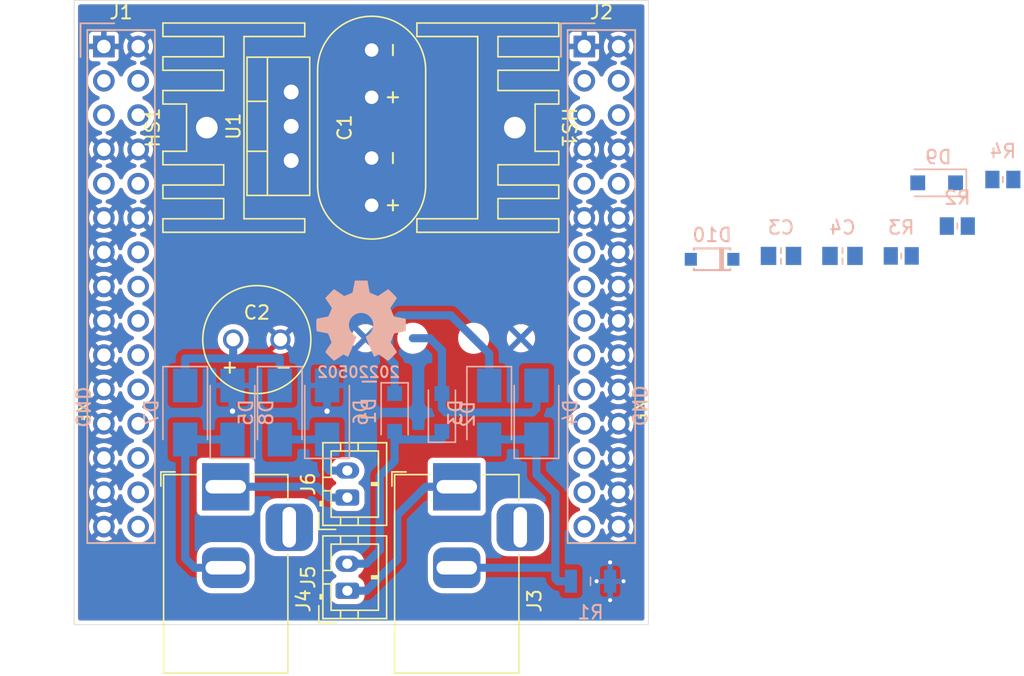
<source format=kicad_pcb>
(kicad_pcb (version 20211014) (generator pcbnew)
  (layers (0 "F.Cu" signal) (31 "B.Cu" signal) (34 "B.Paste" user) (35 "F.Paste" user) (36 "B.SilkS" user "B.Silkscreen") (37 "F.SilkS" user "F.Silkscreen") (38 "B.Mask" user) (39 "F.Mask" user) (44 "Edge.Cuts" user))
  (net 0 "")
  (net 1 "GND")
  (net 32 "/AC1_PHASE")
  (net 33 "/AC1_NEUT")
  (net 34 "/AC2_PHASE")
  (net 35 "/AC2_NEUT")
  (net 36 "/DC2")
  (net 39 "/DC1p")
  (net 40 "/DC1n")
  (net 41 "/AC1_PHASE_IN")
  (net 42 "/AC2_PHASE_IN")
  (net 43 "Net-(C4-Pad1)")
  (net 44 "/VA+")
  (footprint "Connector_BarrelJack:BarrelJack_Horizontal" (layer "F.Cu") (at 170.9 105 90)
    (fp_text reference "J3" (at -8.45 5.75 90) (layer "F.SilkS"))
    (fp_text value "Jack-DC")
    (fp_line (start 1.1 -3.75) (end 1.1 -4.8) (layer "F.SilkS") (width 0.12))
    (fp_line (start 0.9 -4.6) (end 0.9 -2) (layer "F.SilkS") (width 0.12))
    (fp_line (start 0.9 4.6) (end -1 4.6) (layer "F.SilkS") (width 0.12))
    (fp_line (start 0.05 -4.8) (end 1.1 -4.8) (layer "F.SilkS") (width 0.12))
    (fp_line (start -13.8 4.6) (end -13.8 -4.6) (layer "F.SilkS") (width 0.12))
    (fp_line (start -5 4.6) (end -13.8 4.6) (layer "F.SilkS") (width 0.12))
    (fp_line (start 0.9 1.9) (end 0.9 4.6) (layer "F.SilkS") (width 0.12))
    (fp_line (start -13.8 -4.6) (end 0.9 -4.6) (layer "F.SilkS") (width 0.12))
    (pad "1" thru_hole rect (at 0 0 90) (size 3.5 3.5) (drill oval 1 3) (layers *.Cu *.Mask) (net 41 "/AC1_PHASE_IN"))
    (pad "2" thru_hole roundrect (at -6 0 90) (size 3 3.5) (drill oval 1 3) (layers *.Cu *.Mask) (net 33 "/AC1_NEUT"))
    (pad "3" thru_hole roundrect (at -3 4.7 90) (size 3.5 3.5) (drill oval 3 1) (layers *.Cu *.Mask))
  )
  (footprint "Connector_BarrelJack:BarrelJack_Horizontal" (layer "F.Cu") (at 153.8 105 90)
    (fp_text reference "J4" (at -8.45 5.75 90) (layer "F.SilkS"))
    (fp_text value "Jack-DC")
    (fp_line (start 0.9 1.9) (end 0.9 4.6) (layer "F.SilkS") (width 0.12))
    (fp_line (start -5 4.6) (end -13.8 4.6) (layer "F.SilkS") (width 0.12))
    (fp_line (start 0.9 -4.6) (end 0.9 -2) (layer "F.SilkS") (width 0.12))
    (fp_line (start 1.1 -3.75) (end 1.1 -4.8) (layer "F.SilkS") (width 0.12))
    (fp_line (start 0.05 -4.8) (end 1.1 -4.8) (layer "F.SilkS") (width 0.12))
    (fp_line (start 0.9 4.6) (end -1 4.6) (layer "F.SilkS") (width 0.12))
    (fp_line (start -13.8 -4.6) (end 0.9 -4.6) (layer "F.SilkS") (width 0.12))
    (fp_line (start -13.8 4.6) (end -13.8 -4.6) (layer "F.SilkS") (width 0.12))
    (pad "1" thru_hole rect (at 0 0 90) (size 3.5 3.5) (drill oval 1 3) (layers *.Cu *.Mask) (net 42 "/AC2_PHASE_IN"))
    (pad "2" thru_hole roundrect (at -6 0 90) (size 3 3.5) (drill oval 1 3) (layers *.Cu *.Mask) (net 35 "/AC2_NEUT"))
    (pad "3" thru_hole roundrect (at -3 4.7 90) (size 3.5 3.5) (drill oval 3 1) (layers *.Cu *.Mask))
  )
  (footprint "SquantorRcl:C-035-080-elco" (layer "F.Cu") (at 156.1 94.1)
    (fp_text reference "C2" (at 0 -2 unlocked) (layer "F.SilkS"))
    (fp_text value "470u 35V")
    (fp_text user "-" (at 2 2 unlocked) (layer "F.SilkS"))
    (fp_text user "+" (at -2 2 unlocked) (layer "F.SilkS"))
    (fp_circle (center 0 0) (end 4 0) (layer "F.SilkS") (width 0.12) (fill none))
    (pad "1" thru_hole circle (at -1.75 0) (size 1.5 1.5) (drill 1) (layers *.Cu *.Mask) (net 36 "/DC2"))
    (pad "2" thru_hole circle (at 1.75 0) (size 1.5 1.5) (drill 1) (layers *.Cu *.Mask) (net 1 "GND"))
  )
  (footprint "SquantorIC:TO-220-3_Vertical" (layer "F.Cu") (at 158.645 78.3 90)
    (fp_text reference "U1" (at 0 -4.27 90) (layer "F.SilkS"))
    (fp_text value "LM317")
    (fp_line (start -5.12 -3.27) (end 5.12 -3.27) (layer "F.SilkS") (width 0.12))
    (fp_line (start -5.12 -3.27) (end -5.12 1.371) (layer "F.SilkS") (width 0.12))
    (fp_line (start 5.12 -3.27) (end 5.12 1.371) (layer "F.SilkS") (width 0.12))
    (fp_line (start -5.12 1.371) (end 5.12 1.371) (layer "F.SilkS") (width 0.12))
    (fp_line (start 1.851 -3.27) (end 1.851 -1.76) (layer "F.SilkS") (width 0.12))
    (fp_line (start -1.85 -3.27) (end -1.85 -1.76) (layer "F.SilkS") (width 0.12))
    (fp_line (start -5.12 -1.76) (end 5.12 -1.76) (layer "F.SilkS") (width 0.12))
    (pad "1" thru_hole rect (at -2.54 0 90) (size 1.905 2) (drill 1.1) (layers *.Cu *.Mask) (net 43 "Net-(C4-Pad1)"))
    (pad "2" thru_hole oval (at 0 0 90) (size 1.905 2) (drill 1.1) (layers *.Cu *.Mask) (net 44 "/VA+"))
    (pad "3" thru_hole oval (at 2.54 0 90) (size 1.905 2) (drill 1.1) (layers *.Cu *.Mask) (net 39 "/DC1p"))
  )
  (footprint "SquantorHeatsink:XSD_C108928" (layer "F.Cu") (at 154.4 78.4 90)
    (fp_text reference "HS1" (at 0 -6 90 unlocked) (layer "F.SilkS"))
    (fp_text value "Heatsink")
    (fp_line (start -5.25 -0.75) (end -5.25 -5.25) (layer "F.SilkS") (width 0.12))
    (fp_line (start 7.75 -5.25) (end 6.75 -5.25) (layer "F.SilkS") (width 0.12))
    (fp_line (start -7.75 5.25) (end -6.75 5.25) (layer "F.SilkS") (width 0.12))
    (fp_line (start -6.75 -0.75) (end -6.75 -5.25) (layer "F.SilkS") (width 0.12))
    (fp_line (start 1.75 -5.25) (end 1.75 -3.5) (layer "F.SilkS") (width 0.12))
    (fp_line (start 1.75 -5.25) (end 2.75 -5.25) (layer "F.SilkS") (width 0.12))
    (fp_line (start -4.25 -0.75) (end -4.25 -5.25) (layer "F.SilkS") (width 0.12))
    (fp_line (start 7.75 -5.25) (end 7.75 5.25) (layer "F.SilkS") (width 0.12))
    (fp_line (start -7.75 -5.25) (end -7.75 5.25) (layer "F.SilkS") (width 0.12))
    (fp_line (start 2.75 -0.75) (end 4.25 -0.75) (layer "F.SilkS") (width 0.12))
    (fp_line (start 6.75 -0.75) (end 6.75 -5.25) (layer "F.SilkS") (width 0.12))
    (fp_line (start 6.75 0.75) (end -6.75 0.75) (layer "F.SilkS") (width 0.12))
    (fp_line (start 7.75 5.25) (end 6.75 5.25) (layer "F.SilkS") (width 0.12))
    (fp_line (start -4.25 -0.75) (end -2.75 -0.75) (layer "F.SilkS") (width 0.12))
    (fp_line (start 5.25 -0.75) (end 5.25 -5.25) (layer "F.SilkS") (width 0.12))
    (fp_line (start 4.25 -5.25) (end 5.25 -5.25) (layer "F.SilkS") (width 0.12))
    (fp_line (start 5.25 -0.75) (end 6.75 -0.75) (layer "F.SilkS") (width 0.12))
    (fp_line (start -6.75 -0.75) (end -5.25 -0.75) (layer "F.SilkS") (width 0.12))
    (fp_line (start 1.75 -3.5) (end -1.75 -3.5) (layer "F.SilkS") (width 0.12))
    (fp_line (start -5.25 -5.25) (end -4.25 -5.25) (layer "F.SilkS") (width 0.12))
    (fp_line (start -6.75 5.25) (end -6.75 0.75) (layer "F.SilkS") (width 0.12))
    (fp_line (start -1.75 -5.25) (end -1.75 -3.5) (layer "F.SilkS") (width 0.12))
    (fp_line (start -7.75 -5.25) (end -6.75 -5.25) (layer "F.SilkS") (width 0.12))
    (fp_line (start 2.75 -0.75) (end 2.75 -5.25) (layer "F.SilkS") (width 0.12))
    (fp_line (start -2.75 -0.75) (end -2.75 -5.25) (layer "F.SilkS") (width 0.12))
    (fp_line (start -2.75 -5.25) (end -1.75 -5.25) (layer "F.SilkS") (width 0.12))
    (fp_line (start 6.75 5.25) (end 6.75 0.75) (layer "F.SilkS") (width 0.12))
    (fp_line (start 4.25 -0.75) (end 4.25 -5.25) (layer "F.SilkS") (width 0.12))
    (pad "1" thru_hole circle (at 0 -2 90) (size 2.5 2.5) (drill 1.6) (layers *.Cu *.Mask) (net 44 "/VA+"))
  )
  (footprint "SquantorHeatsink:XSD_C108928" (layer "F.Cu") (at 173.2 78.4 -90)
    (fp_text reference "HS1" (at 0 -6 -90 unlocked) (layer "F.SilkS"))
    (fp_text value "Heatsink")
    (fp_line (start -1.75 -5.25) (end -1.75 -3.5) (layer "F.SilkS") (width 0.12))
    (fp_line (start 6.75 5.25) (end 6.75 0.75) (layer "F.SilkS") (width 0.12))
    (fp_line (start 7.75 -5.25) (end 7.75 5.25) (layer "F.SilkS") (width 0.12))
    (fp_line (start -7.75 -5.25) (end -7.75 5.25) (layer "F.SilkS") (width 0.12))
    (fp_line (start 6.75 0.75) (end -6.75 0.75) (layer "F.SilkS") (width 0.12))
    (fp_line (start 7.75 5.25) (end 6.75 5.25) (layer "F.SilkS") (width 0.12))
    (fp_line (start -2.75 -5.25) (end -1.75 -5.25) (layer "F.SilkS") (width 0.12))
    (fp_line (start -7.75 -5.25) (end -6.75 -5.25) (layer "F.SilkS") (width 0.12))
    (fp_line (start 6.75 -0.75) (end 6.75 -5.25) (layer "F.SilkS") (width 0.12))
    (fp_line (start -7.75 5.25) (end -6.75 5.25) (layer "F.SilkS") (width 0.12))
    (fp_line (start 1.75 -5.25) (end 2.75 -5.25) (layer "F.SilkS") (width 0.12))
    (fp_line (start -5.25 -0.75) (end -5.25 -5.25) (layer "F.SilkS") (width 0.12))
    (fp_line (start -4.25 -0.75) (end -2.75 -0.75) (layer "F.SilkS") (width 0.12))
    (fp_line (start 5.25 -0.75) (end 6.75 -0.75) (layer "F.SilkS") (width 0.12))
    (fp_line (start 2.75 -0.75) (end 4.25 -0.75) (layer "F.SilkS") (width 0.12))
    (fp_line (start -5.25 -5.25) (end -4.25 -5.25) (layer "F.SilkS") (width 0.12))
    (fp_line (start 1.75 -3.5) (end -1.75 -3.5) (layer "F.SilkS") (width 0.12))
    (fp_line (start -4.25 -0.75) (end -4.25 -5.25) (layer "F.SilkS") (width 0.12))
    (fp_line (start 5.25 -0.75) (end 5.25 -5.25) (layer "F.SilkS") (width 0.12))
    (fp_line (start 7.75 -5.25) (end 6.75 -5.25) (layer "F.SilkS") (width 0.12))
    (fp_line (start 2.75 -0.75) (end 2.75 -5.25) (layer "F.SilkS") (width 0.12))
    (fp_line (start -6.75 5.25) (end -6.75 0.75) (layer "F.SilkS") (width 0.12))
    (fp_line (start -6.75 -0.75) (end -6.75 -5.25) (layer "F.SilkS") (width 0.12))
    (fp_line (start 1.75 -5.25) (end 1.75 -3.5) (layer "F.SilkS") (width 0.12))
    (fp_line (start -6.75 -0.75) (end -5.25 -0.75) (layer "F.SilkS") (width 0.12))
    (fp_line (start 4.25 -5.25) (end 5.25 -5.25) (layer "F.SilkS") (width 0.12))
    (fp_line (start 4.25 -0.75) (end 4.25 -5.25) (layer "F.SilkS") (width 0.12))
    (fp_line (start -2.75 -0.75) (end -2.75 -5.25) (layer "F.SilkS") (width 0.12))
    (pad "1" thru_hole circle (at 0 -2 270) (size 2.5 2.5) (drill 1.6) (layers *.Cu *.Mask) (net 44 "/VA+"))
  )
  (footprint "SquantorRcl:Cx3-035-080-elco" (layer "F.Cu") (at 164.6 78.4 90)
    (fp_text reference "C1" (at 0 -2 90 unlocked) (layer "F.SilkS"))
    (fp_text value "470u 35V")
    (fp_text user "+" (at -5.75 1.5 90 unlocked) (layer "F.SilkS"))
    (fp_text user "-" (at -2.25 1.5 90 unlocked) (layer "F.SilkS"))
    (fp_text user "-" (at 5.75 1.5 90 unlocked) (layer "F.SilkS"))
    (fp_text user "+" (at 2.25 1.5 90 unlocked) (layer "F.SilkS"))
    (fp_line (start -4.25 4) (end 4.25 4) (layer "F.SilkS") (width 0.12))
    (fp_line (start -4.25 -4) (end 4.25 -4) (layer "F.SilkS") (width 0.12))
    (fp_arc (start 4.25 -4) (mid 8.25 0) (end 4.25 4) (layer "F.SilkS") (width 0.12))
    (fp_arc (start -4.25 4) (mid -8.25 0) (end -4.25 -4) (layer "F.SilkS") (width 0.12))
    (pad "1" thru_hole circle (at -5.75 0 90) (size 1.5 1.5) (drill 1) (layers *.Cu *.Mask) (net 1 "GND"))
    (pad "2" thru_hole circle (at -2.25 0 90) (size 1.5 1.5) (drill 1) (layers *.Cu *.Mask) (net 40 "/DC1n"))
    (pad "3" thru_hole circle (at 2.25 0 90) (size 1.5 1.5) (drill 1) (layers *.Cu *.Mask) (net 39 "/DC1p"))
    (pad "4" thru_hole circle (at 5.75 0 90) (size 1.5 1.5) (drill 1) (layers *.Cu *.Mask) (net 1 "GND"))
  )
  (footprint "SquantorConnectorsNamed:module_2x15_right" (layer "F.Cu") (at 181.61 90.17)
    (fp_text reference "J2" (at 0 -20.32 unlocked) (layer "F.SilkS"))
    (fp_text value "module_2x15_right_input")
    (fp_text user "GND" (at 2.79 8.83 -90 unlocked) (layer "B.SilkS") (effects (justify mirror)))
    (fp_text user "GND" (at 2.89 8.83 90 unlocked) (layer "F.SilkS"))
    (fp_line (start -0.5 -19.5) (end -3 -19.5) (layer "B.SilkS") (width 0.12))
    (fp_line (start -3 -19.5) (end -3 -17) (layer "B.SilkS") (width 0.12))
    (fp_rect (start -2.5 -19) (end 2.5 19) (layer "B.SilkS") (width 0.12) (fill none))
    (fp_line (start -3 -19.5) (end -0.5 -19.5) (layer "F.SilkS") (width 0.12))
    (fp_line (start 2.5 -19) (end 2.5 19) (layer "F.SilkS") (width 0.12))
    (fp_line (start 2.5 19) (end -2.5 19) (layer "F.SilkS") (width 0.12))
    (fp_line (start -2.5 -19) (end 2.5 -19) (layer "F.SilkS") (width 0.12))
    (fp_line (start -3 -17) (end -3 -19.5) (layer "F.SilkS") (width 0.12))
    (fp_line (start -2.5 19) (end -2.5 -19) (layer "F.SilkS") (width 0.12))
    (pad "1" thru_hole rect (at -1.27 -17.78) (size 1.6 1.6) (drill 1) (layers *.Cu *.Mask) (net 1 "GND"))
    (pad "2" thru_hole circle (at 1.27 -17.78) (size 1.6 1.6) (drill 1) (layers *.Cu *.Mask) (net 1 "GND"))
    (pad "3" thru_hole circle (at -1.27 -15.24) (size 1.6 1.6) (drill 1) (layers *.Cu *.Mask))
    (pad "4" thru_hole circle (at 1.27 -15.24) (size 1.6 1.6) (drill 1) (layers *.Cu *.Mask))
    (pad "5" thru_hole circle (at -1.27 -12.7) (size 1.6 1.6) (drill 1) (layers *.Cu *.Mask))
    (pad "6" thru_hole circle (at 1.27 -12.7) (size 1.6 1.6) (drill 1) (layers *.Cu *.Mask))
    (pad "7" thru_hole circle (at -1.27 -10.16) (size 1.6 1.6) (drill 1) (layers *.Cu *.Mask) (net 1 "GND"))
    (pad "8" thru_hole circle (at 1.27 -10.16) (size 1.6 1.6) (drill 1) (layers *.Cu *.Mask) (net 1 "GND"))
    (pad "9" thru_hole circle (at -1.27 -7.62) (size 1.6 1.6) (drill 1) (layers *.Cu *.Mask))
    (pad "10" thru_hole circle (at 1.27 -7.62) (size 1.6 1.6) (drill 1) (layers *.Cu *.Mask))
    (pad "11" thru_hole circle (at -1.27 -5.08) (size 1.6 1.6) (drill 1) (layers *.Cu *.Mask) (net 1 "GND"))
    (pad "12" thru_hole circle (at 1.27 -5.08) (size 1.6 1.6) (drill 1) (layers *.Cu *.Mask) (net 1 "GND"))
    (pad "13" thru_hole circle (at -1.27 -2.54) (size 1.6 1.6) (drill 1) (layers *.Cu *.Mask))
    (pad "14" thru_hole circle (at 1.27 -2.54) (size 1.6 1.6) (drill 1) (layers *.Cu *.Mask) (net 1 "GND"))
    (pad "15" thru_hole circle (at -1.27 0) (size 1.6 1.6) (drill 1) (layers *.Cu *.Mask))
    (pad "16" thru_hole circle (at 1.27 0) (size 1.6 1.6) (drill 1) (layers *.Cu *.Mask) (net 1 "GND"))
    (pad "17" thru_hole circle (at -1.27 2.54) (size 1.6 1.6) (drill 1) (layers *.Cu *.Mask))
    (pad "18" thru_hole circle (at 1.27 2.54) (size 1.6 1.6) (drill 1) (layers *.Cu *.Mask) (net 1 "GND"))
    (pad "19" thru_hole circle (at -1.27 5.08) (size 1.6 1.6) (drill 1) (layers *.Cu *.Mask))
    (pad "20" thru_hole circle (at 1.27 5.08) (size 1.6 1.6) (drill 1) (layers *.Cu *.Mask) (net 1 "GND"))
    (pad "21" thru_hole circle (at -1.27 7.62) (size 1.6 1.6) (drill 1) (layers *.Cu *.Mask))
    (pad "22" thru_hole circle (at 1.27 7.62) (size 1.6 1.6) (drill 1) (layers *.Cu *.Mask) (net 1 "GND"))
    (pad "23" thru_hole circle (at -1.27 10.16) (size 1.6 1.6) (drill 1) (layers *.Cu *.Mask))
    (pad "24" thru_hole circle (at 1.27 10.16) (size 1.6 1.6) (drill 1) (layers *.Cu *.Mask) (net 1 "GND"))
    (pad "25" thru_hole circle (at -1.27 12.7) (size 1.6 1.6) (drill 1) (layers *.Cu *.Mask))
    (pad "26" thru_hole circle (at 1.27 12.7) (size 1.6 1.6) (drill 1) (layers *.Cu *.Mask) (net 1 "GND"))
    (pad "27" thru_hole circle (at -1.27 15.24) (size 1.6 1.6) (drill 1) (layers *.Cu *.Mask))
    (pad "28" thru_hole circle (at 1.27 15.24) (size 1.6 1.6) (drill 1) (layers *.Cu *.Mask) (net 1 "GND"))
    (pad "29" thru_hole circle (at -1.27 17.78) (size 1.6 1.6) (drill 1) (layers *.Cu *.Mask))
    (pad "30" thru_hole circle (at 1.27 17.78) (size 1.6 1.6) (drill 1) (layers *.Cu *.Mask) (net 1 "GND"))
  )
  (footprint "Connector_JST:JST_PH_B2B-PH-K_1x02_P2.00mm_Vertical" (layer "F.Cu") (at 162.8 112.7 90)
    (fp_text reference "J5" (at 1 -2.9 90) (layer "F.SilkS"))
    (fp_text value "Conn_01x02")
    (fp_line (start -0.6 -2.01) (end -0.6 -1.81) (layer "F.SilkS") (width 0.12))
    (fp_line (start 1.1 1.8) (end 1.1 2.3) (layer "F.SilkS") (width 0.12))
    (fp_line (start -2.06 0.8) (end -1.45 0.8) (layer "F.SilkS") (width 0.12))
    (fp_line (start -0.3 -1.81) (end -0.3 -2.01) (layer "F.SilkS") (width 0.12))
    (fp_line (start 4.06 2.91) (end 4.06 -1.81) (layer "F.SilkS") (width 0.12))
    (fp_line (start -2.06 -1.81) (end -2.06 2.91) (layer "F.SilkS") (width 0.12))
    (fp_line (start 1 2.3) (end 1 1.8) (layer "F.SilkS") (width 0.12))
    (fp_line (start -2.06 -0.5) (end -1.45 -0.5) (layer "F.SilkS") (width 0.12))
    (fp_line (start 4.06 -0.5) (end 3.45 -0.5) (layer "F.SilkS") (width 0.12))
    (fp_line (start -0.3 -1.91) (end -0.6 -1.91) (layer "F.SilkS") (width 0.12))
    (fp_line (start 3.45 -1.2) (end 1.5 -1.2) (layer "F.SilkS") (width 0.12))
    (fp_line (start 1.5 -1.2) (end 1.5 -1.81) (layer "F.SilkS") (width 0.12))
    (fp_line (start -2.06 2.91) (end 4.06 2.91) (layer "F.SilkS") (width 0.12))
    (fp_line (start 0.9 2.3) (end 0.9 1.8) (layer "F.SilkS") (width 0.12))
    (fp_line (start -1.45 -1.2) (end -1.45 2.3) (layer "F.SilkS") (width 0.12))
    (fp_line (start 4.06 -1.81) (end -2.06 -1.81) (layer "F.SilkS") (width 0.12))
    (fp_line (start 0.5 -1.81) (end 0.5 -1.2) (layer "F.SilkS") (width 0.12))
    (fp_line (start -0.3 -2.01) (end -0.6 -2.01) (layer "F.SilkS") (width 0.12))
    (fp_line (start -1.45 2.3) (end 3.45 2.3) (layer "F.SilkS") (width 0.12))
    (fp_line (start -2.36 -2.11) (end -2.36 -0.86) (layer "F.SilkS") (width 0.12))
    (fp_line (start -1.11 -2.11) (end -2.36 -2.11) (layer "F.SilkS") (width 0.12))
    (fp_line (start 0.9 1.8) (end 1.1 1.8) (layer "F.SilkS") (width 0.12))
    (fp_line (start 4.06 0.8) (end 3.45 0.8) (layer "F.SilkS") (width 0.12))
    (fp_line (start 0.5 -1.2) (end -1.45 -1.2) (layer "F.SilkS") (width 0.12))
    (fp_line (start 3.45 2.3) (end 3.45 -1.2) (layer "F.SilkS") (width 0.12))
    (pad "1" thru_hole roundrect (at 0 0 90) (size 1.2 1.75) (drill 0.75) (layers *.Cu *.Mask) (roundrect_rratio 0.208333) (net 41 "/AC1_PHASE_IN"))
    (pad "2" thru_hole oval (at 2 0 90) (size 1.2 1.75) (drill 0.75) (layers *.Cu *.Mask) (net 32 "/AC1_PHASE"))
  )
  (footprint "Connector_JST:JST_PH_B2B-PH-K_1x02_P2.00mm_Vertical" (layer "F.Cu") (at 162.8 105.8 90)
    (fp_text reference "J6" (at 1 -2.9 90) (layer "F.SilkS"))
    (fp_text value "Conn_01x02")
    (fp_line (start 3.45 -1.2) (end 1.5 -1.2) (layer "F.SilkS") (width 0.12))
    (fp_line (start 4.06 -0.5) (end 3.45 -0.5) (layer "F.SilkS") (width 0.12))
    (fp_line (start -2.06 0.8) (end -1.45 0.8) (layer "F.SilkS") (width 0.12))
    (fp_line (start 0.9 1.8) (end 1.1 1.8) (layer "F.SilkS") (width 0.12))
    (fp_line (start 4.06 -1.81) (end -2.06 -1.81) (layer "F.SilkS") (width 0.12))
    (fp_line (start 0.5 -1.2) (end -1.45 -1.2) (layer "F.SilkS") (width 0.12))
    (fp_line (start -2.06 -1.81) (end -2.06 2.91) (layer "F.SilkS") (width 0.12))
    (fp_line (start 1.5 -1.2) (end 1.5 -1.81) (layer "F.SilkS") (width 0.12))
    (fp_line (start -1.45 2.3) (end 3.45 2.3) (layer "F.SilkS") (width 0.12))
    (fp_line (start -1.11 -2.11) (end -2.36 -2.11) (layer "F.SilkS") (width 0.12))
    (fp_line (start -2.06 -0.5) (end -1.45 -0.5) (layer "F.SilkS") (width 0.12))
    (fp_line (start 1.1 1.8) (end 1.1 2.3) (layer "F.SilkS") (width 0.12))
    (fp_line (start -2.06 2.91) (end 4.06 2.91) (layer "F.SilkS") (width 0.12))
    (fp_line (start 4.06 2.91) (end 4.06 -1.81) (layer "F.SilkS") (width 0.12))
    (fp_line (start 0.5 -1.81) (end 0.5 -1.2) (layer "F.SilkS") (width 0.12))
    (fp_line (start 3.45 2.3) (end 3.45 -1.2) (layer "F.SilkS") (width 0.12))
    (fp_line (start -0.6 -2.01) (end -0.6 -1.81) (layer "F.SilkS") (width 0.12))
    (fp_line (start 1 2.3) (end 1 1.8) (layer "F.SilkS") (width 0.12))
    (fp_line (start 0.9 2.3) (end 0.9 1.8) (layer "F.SilkS") (width 0.12))
    (fp_line (start -0.3 -1.81) (end -0.3 -2.01) (layer "F.SilkS") (width 0.12))
    (fp_line (start -0.3 -1.91) (end -0.6 -1.91) (layer "F.SilkS") (width 0.12))
    (fp_line (start 4.06 0.8) (end 3.45 0.8) (layer "F.SilkS") (width 0.12))
    (fp_line (start -0.3 -2.01) (end -0.6 -2.01) (layer "F.SilkS") (width 0.12))
    (fp_line (start -2.36 -2.11) (end -2.36 -0.86) (layer "F.SilkS") (width 0.12))
    (fp_line (start -1.45 -1.2) (end -1.45 2.3) (layer "F.SilkS") (width 0.12))
    (pad "1" thru_hole roundrect (at 0 0 90) (size 1.2 1.75) (drill 0.75) (layers *.Cu *.Mask) (roundrect_rratio 0.208333) (net 42 "/AC2_PHASE_IN"))
    (pad "2" thru_hole oval (at 2 0 90) (size 1.2 1.75) (drill 0.75) (layers *.Cu *.Mask) (net 34 "/AC2_PHASE"))
  )
  (footprint "SquantorConnectorsNamed:module_2x15_left" (layer "F.Cu") (at 146.05 90.17)
    (fp_text reference "J1" (at 0 -20.32 unlocked) (layer "F.SilkS"))
    (fp_text value "module_2x15_left_input")
    (fp_text user "GND" (at -2.85 8.93 -90 unlocked) (layer "B.SilkS") (effects (justify mirror)))
    (fp_text user "GND" (at -2.75 8.93 90 unlocked) (layer "F.SilkS"))
    (fp_line (start -3 -17) (end -3 -19.5) (layer "B.SilkS") (width 0.12))
    (fp_line (start -3 -19.5) (end -0.5 -19.5) (layer "B.SilkS") (width 0.12))
    (fp_rect (start -2.5 -19) (end 2.5 19) (layer "B.SilkS") (width 0.12) (fill none))
    (fp_line (start 2.5 -19) (end 2.5 19) (layer "F.SilkS") (width 0.12))
    (fp_line (start -3 -17) (end -3 -19.5) (layer "F.SilkS") (width 0.12))
    (fp_line (start -3 -19.5) (end -0.5 -19.5) (layer "F.SilkS") (width 0.12))
    (fp_line (start -2.5 -19) (end 2.5 -19) (layer "F.SilkS") (width 0.12))
    (fp_line (start 2.5 19) (end -2.5 19) (layer "F.SilkS") (width 0.12))
    (fp_line (start -2.5 19) (end -2.5 -19) (layer "F.SilkS") (width 0.12))
    (pad "1" thru_hole rect (at -1.27 -17.78) (size 1.6 1.6) (drill 1) (layers *.Cu *.Mask) (net 1 "GND"))
    (pad "2" thru_hole circle (at 1.27 -17.78) (size 1.6 1.6) (drill 1) (layers *.Cu *.Mask) (net 1 "GND"))
    (pad "3" thru_hole circle (at -1.27 -15.24) (size 1.6 1.6) (drill 1) (layers *.Cu *.Mask))
    (pad "4" thru_hole circle (at 1.27 -15.24) (size 1.6 1.6) (drill 1) (layers *.Cu *.Mask))
    (pad "5" thru_hole circle (at -1.27 -12.7) (size 1.6 1.6) (drill 1) (layers *.Cu *.Mask))
    (pad "6" thru_hole circle (at 1.27 -12.7) (size 1.6 1.6) (drill 1) (layers *.Cu *.Mask))
    (pad "7" thru_hole circle (at -1.27 -10.16) (size 1.6 1.6) (drill 1) (layers *.Cu *.Mask) (net 1 "GND"))
    (pad "8" thru_hole circle (at 1.27 -10.16) (size 1.6 1.6) (drill 1) (layers *.Cu *.Mask) (net 1 "GND"))
    (pad "9" thru_hole circle (at -1.27 -7.62) (size 1.6 1.6) (drill 1) (layers *.Cu *.Mask))
    (pad "10" thru_hole circle (at 1.27 -7.62) (size 1.6 1.6) (drill 1) (layers *.Cu *.Mask))
    (pad "11" thru_hole circle (at -1.27 -5.08) (size 1.6 1.6) (drill 1) (layers *.Cu *.Mask) (net 1 "GND"))
    (pad "12" thru_hole circle (at 1.27 -5.08) (size 1.6 1.6) (drill 1) (layers *.Cu *.Mask) (net 1 "GND"))
    (pad "13" thru_hole circle (at -1.27 -2.54) (size 1.6 1.6) (drill 1) (layers *.Cu *.Mask) (net 1 "GND"))
    (pad "14" thru_hole circle (at 1.27 -2.54) (size 1.6 1.6) (drill 1) (layers *.Cu *.Mask))
    (pad "15" thru_hole circle (at -1.27 0) (size 1.6 1.6) (drill 1) (layers *.Cu *.Mask) (net 1 "GND"))
    (pad "16" thru_hole circle (at 1.27 0) (size 1.6 1.6) (drill 1) (layers *.Cu *.Mask))
    (pad "17" thru_hole circle (at -1.27 2.54) (size 1.6 1.6) (drill 1) (layers *.Cu *.Mask) (net 1 "GND"))
    (pad "18" thru_hole circle (at 1.27 2.54) (size 1.6 1.6) (drill 1) (layers *.Cu *.Mask))
    (pad "19" thru_hole circle (at -1.27 5.08) (size 1.6 1.6) (drill 1) (layers *.Cu *.Mask) (net 1 "GND"))
    (pad "20" thru_hole circle (at 1.27 5.08) (size 1.6 1.6) (drill 1) (layers *.Cu *.Mask))
    (pad "21" thru_hole circle (at -1.27 7.62) (size 1.6 1.6) (drill 1) (layers *.Cu *.Mask) (net 1 "GND"))
    (pad "22" thru_hole circle (at 1.27 7.62) (size 1.6 1.6) (drill 1) (layers *.Cu *.Mask))
    (pad "23" thru_hole circle (at -1.27 10.16) (size 1.6 1.6) (drill 1) (layers *.Cu *.Mask) (net 1 "GND"))
    (pad "24" thru_hole circle (at 1.27 10.16) (size 1.6 1.6) (drill 1) (layers *.Cu *.Mask))
    (pad "25" thru_hole circle (at -1.27 12.7) (size 1.6 1.6) (drill 1) (layers *.Cu *.Mask) (net 1 "GND"))
    (pad "26" thru_hole circle (at 1.27 12.7) (size 1.6 1.6) (drill 1) (layers *.Cu *.Mask))
    (pad "27" thru_hole circle (at -1.27 15.24) (size 1.6 1.6) (drill 1) (layers *.Cu *.Mask) (net 1 "GND"))
    (pad "28" thru_hole circle (at 1.27 15.24) (size 1.6 1.6) (drill 1) (layers *.Cu *.Mask))
    (pad "29" thru_hole circle (at -1.27 17.78) (size 1.6 1.6) (drill 1) (layers *.Cu *.Mask) (net 1 "GND"))
    (pad "30" thru_hole circle (at 1.27 17.78) (size 1.6 1.6) (drill 1) (layers *.Cu *.Mask))
  )
  (footprint "SquantorLabels:Label_Generic" (layer "B.Cu") (at 164.43 96.61 180)
    (fp_text reference "N1" hide)
    (fp_text value "20220502" (at 0.8 0.1) (layer "B.SilkS") (effects (font (size 0.8 0.8)) (justify mirror)))
    (fp_line (start -0.5 -0.6) (end 0.5 -0.6) (layer "B.SilkS") (width 0.15))
  )
  (footprint "Symbol:OSHW-Symbol_6.7x6mm_SilkScreen" (layer "B.Cu") (at 163.83 92.71 180)
    (fp_text reference "N2" hide)
    (fp_text value "OHWLOGO" hide)
    (fp_poly (pts (xy 0.555814 2.531069) (xy 0.639635 2.086445) (xy 0.94892 1.958947) (xy 1.258206 1.831449) (xy 1.629246 2.083754) (xy 1.733157 2.154004) (xy 1.827087 2.216728) (xy 1.906652 2.269062) (xy 1.96747 2.308143) (xy 2.005157 2.331107) (xy 2.015421 2.336058) (xy 2.03391 2.323324) (xy 2.07342 2.288118) (xy 2.129522 2.234938) (xy 2.197787 2.168282) (xy 2.273786 2.092646) (xy 2.353092 2.012528) (xy 2.431275 1.932426) (xy 2.503907 1.856836) (xy 2.566559 1.790255) (xy 2.614803 1.737182) (xy 2.64421 1.702113) (xy 2.651241 1.690377) (xy 2.641123 1.66874) (xy 2.612759 1.621338) (xy 2.569129 1.552807) (xy 2.513218 1.467785) (xy 2.448006 1.370907) (xy 2.410219 1.31565) (xy 2.341343 1.214752) (xy 2.28014 1.123701) (xy 2.229578 1.04703) (xy 2.192628 0.989272) (xy 2.172258 0.954957) (xy 2.169197 0.947746) (xy 2.176136 0.927252) (xy 2.195051 0.879487) (xy 2.223087 0.811168) (xy 2.257391 0.729011) (xy 2.295109 0.63973) (xy 2.333387 0.550042) (xy 2.36937 0.466662) (xy 2.400206 0.396306) (xy 2.423039 0.34569) (xy 2.435017 0.321529) (xy 2.435724 0.320578) (xy 2.454531 0.315964) (xy 2.504618 0.305672) (xy 2.580793 0.290713) (xy 2.677865 0.272099) (xy 2.790643 0.250841) (xy 2.856442 0.238582) (xy 2.97695 0.215638) (xy 3.085797 0.193805) (xy 3.177476 0.174278) (xy 3.246481 0.158252) (xy 3.287304 0.146921) (xy 3.295511 0.143326) (xy 3.303548 0.118994) (xy 3.310033 0.064041) (xy 3.31497 -0.015108) (xy 3.318364 -0.112026) (xy 3.320218 -0.220287) (xy 3.320538 -0.333465) (xy 3.319327 -0.445135) (xy 3.31659 -0.548868) (xy 3.312331 -0.638241) (xy 3.306555 -0.706826) (xy 3.299267 -0.748197) (xy 3.294895 -0.75681) (xy 3.268764 -0.767133) (xy 3.213393 -0.781892) (xy 3.136107 -0.799352) (xy 3.04423 -0.81778) (xy 3.012158 -0.823741) (xy 2.857524 -0.852066) (xy 2.735375 -0.874876) (xy 2.641673 -0.89308) (xy 2.572384 -0.907583) (xy 2.523471 -0.919292) (xy 2.490897 -0.929115) (xy 2.470628 -0.937956) (xy 2.458626 -0.946724) (xy 2.456947 -0.948457) (xy 2.440184 -0.976371) (xy 2.414614 -1.030695) (xy 2.382788 -1.104777) (xy 2.34726 -1.191965) (xy 2.310583 -1.285608) (xy 2.275311 -1.379052) (xy 2.243996 -1.465647) (xy 2.219193 -1.53874) (xy 2.203454 -1.591678) (xy 2.199332 -1.617811) (xy 2.199676 -1.618726) (xy 2.213641 -1.640086) (xy 2.245322 -1.687084) (xy 2.291391 -1.754827) (xy 2.348518 -1.838423) (xy 2.413373 -1.932982) (xy 2.431843 -1.959854) (xy 2.497699 -2.057275) (xy 2.55565 -2.146163) (xy 2.602538 -2.221412) (xy 2.635207 -2.27792) (xy 2.6505 -2.310581) (xy 2.651241 -2.314593) (xy 2.638392 -2.335684) (xy 2.602888 -2.377464) (xy 2.549293 -2.435445) (xy 2.482171 -2.505135) (xy 2.406087 -2.582045) (xy 2.325604 -2.661683) (xy 2.245287 -2.739561) (xy 2.169699 -2.811186) (xy 2.103405 -2.87207) (xy 2.050969 -2.917721) (xy 2.016955 -2.94365) (xy 2.007545 -2.947883) (xy 1.985643 -2.937912) (xy 1.9408 -2.91102) (xy 1.880321 -2.871736) (xy 1.833789 -2.840117) (xy 1.749475 -2.782098) (xy 1.649626 -2.713784) (xy 1.549473 -2.645579) (xy 1.495627 -2.609075) (xy 1.313371 -2.4858) (xy 1.160381 -2.56852) (xy 1.090682 -2.604759) (xy 1.031414 -2.632926) (xy 0.991311 -2.648991) (xy 0.981103 -2.651226) (xy 0.968829 -2.634722) (xy 0.944613 -2.588082) (xy 0.910263 -2.515609) (xy 0.867588 -2.421606) (xy 0.818394 -2.310374) (xy 0.76449 -2.186215) (xy 0.707684 -2.053432) (xy 0.649782 -1.916327) (xy 0.592593 -1.779202) (xy 0.537924 -1.646358) (xy 0.487584 -1.522098) (xy 0.44338 -1.410725) (xy 0.407119 -1.316539) (xy 0.380609 -1.243844) (xy 0.365658 -1.196941) (xy 0.363254 -1.180833) (xy 0.382311 -1.160286) (xy 0.424036 -1.126933) (xy 0.479706 -1.087702) (xy 0.484378 -1.084599) (xy 0.628264 -0.969423) (xy 0.744283 -0.835053) (xy 0.83143 -0.685784) (xy 0.888699 -0.525913) (xy 0.915086 -0.359737) (xy 0.909585 -0.191552) (xy 0.87119 -0.025655) (xy 0.798895 0.133658) (xy 0.777626 0.168513) (xy 0.666996 0.309263) (xy 0.536302 0.422286) (xy 0.390064 0.506997) (xy 0.232808 0.562806) (xy 0.069057 0.589126) (xy -0.096667 0.58537) (xy -0.259838 0.55095) (xy -0.415935 0.485277) (xy -0.560433 0.387765) (xy -0.605131 0.348187) (xy -0.718888 0.224297) (xy -0.801782 0.093876) (xy -0.858644 -0.052315) (xy -0.890313 -0.197088) (xy -0.898131 -0.35986) (xy -0.872062 -0.52344) (xy -0.814755 -0.682298) (xy -0.728856 -0.830906) (xy -0.617014 -0.963735) (xy -0.481877 -1.075256) (xy -0.464117 -1.087011) (xy -0.40785 -1.125508) (xy -0.365077 -1.158863) (xy -0.344628 -1.18016) (xy -0.344331 -1.180833) (xy -0.348721 -1.203871) (xy -0.366124 -1.256157) (xy -0.394732 -1.33339) (xy -0.432735 -1.431268) (xy -0.478326 -1.545491) (xy -0.529697 -1.671758) (xy -0.585038 -1.805767) (xy -0.642542 -1.943218) (xy -0.700399 -2.079808) (xy -0.756802 -2.211237) (xy -0.809942 -2.333205) (xy -0.85801 -2.441409) (xy -0.899199 -2.531549) (xy -0.931699 -2.599323) (xy -0.953703 -2.64043) (xy -0.962564 -2.651226) (xy -0.98964 -2.642819) (xy -1.040303 -2.620272) (xy -1.105817 -2.587613) (xy -1.141841 -2.56852) (xy -1.294832 -2.4858) (xy -1.477088 -2.609075) (xy -1.570125 -2.672228) (xy -1.671985 -2.741727) (xy -1.767438 -2.807165) (xy -1.81525 -2.840117) (xy -1.882495 -2.885273) (xy -1.939436 -2.921057) (xy -1.978646 -2.942938) (xy -1.991381 -2.947563) (xy -2.009917 -2.935085) (xy -2.050941 -2.900252) (xy -2.110475 -2.846678) (xy -2.184542 -2.777983) (xy -2.269165 -2.697781) (xy -2.322685 -2.646286) (xy -2.416319 -2.554286) (xy -2.497241 -2.471999) (xy -2.562177 -2.402945) (xy -2.607858 -2.350644) (xy -2.631011 -2.318616) (xy -2.633232 -2.312116) (xy -2.622924 -2.287394) (xy -2.594439 -2.237405) (xy -2.550937 -2.167212) (xy -2.495577 -2.081875) (xy -2.43152 -1.986456) (xy -2.413303 -1.959854) (xy -2.346927 -1.863167) (xy -2.287378 -1.776117) (xy -2.237984 -1.703595) (xy -2.202075 -1.650493) (xy -2.182981 -1.621703) (xy -2.181136 -1.618726) (xy -2.183895 -1.595782) (xy -2.198538 -1.545336) (xy -2.222513 -1.474041) (xy -2.253266 -1.388547) (xy -2.288244 -1.295507) (xy -2.324893 -1.201574) (xy -2.360661 -1.113399) (xy -2.392994 -1.037634) (xy -2.419338 -0.980931) (xy -2.437142 -0.949943) (xy -2.438407 -0.948457) (xy -2.449294 -0.939601) (xy -2.467682 -0.930843) (xy -2.497606 -0.921277) (xy -2.543103 -0.909996) (xy -2.608209 -0.896093) (xy -2.696961 -0.878663) (xy -2.813393 -0.856798) (xy -2.961542 -0.829591) (xy -2.993618 -0.823741) (xy -3.088686 -0.805374) (xy -3.171565 -0.787405) (xy -3.23493 -0.771569) (xy -3.271458 -0.7596) (xy -3.276356 -0.75681) (xy -3.284427 -0.732072) (xy -3.290987 -0.67679) (xy -3.296033 -0.597389) (xy -3.299559 -0.500296) (xy -3.301561 -0.391938) (xy -3.302036 -0.27874) (xy -3.300977 -0.167128) (xy -3.298382 -0.063529) (xy -3.294246 0.025632) (xy -3.288563 0.093928) (xy -3.281331 0.134934) (xy -3.276971 0.143326) (xy -3.252698 0.151792) (xy -3.197426 0.165565) (xy -3.116662 0.18345) (xy -3.015912 0.204252) (xy -2.900683 0.226777) (xy -2.837902 0.238582) (xy -2.718787 0.260849) (xy -2.612565 0.281021) (xy -2.524427 0.298085) (xy -2.459566 0.311031) (xy -2.423174 0.318845) (xy -2.417184 0.320578) (xy -2.407061 0.34011) (xy -2.385662 0.387157) (xy -2.355839 0.454997) (xy -2.320445 0.536909) (xy -2.282332 0.626172) (xy -2.244353 0.716065) (xy -2.20936 0.799865) (xy -2.180206 0.870853) (xy -2.159743 0.922306) (xy -2.150823 0.947503) (xy -2.150657 0.948604) (xy -2.160769 0.968481) (xy -2.189117 1.014223) (xy -2.232723 1.081283) (xy -2.288606 1.165116) (xy -2.353787 1.261174) (xy -2.391679 1.31635) (xy -2.460725 1.417519) (xy -2.52205 1.50937) (xy -2.572663 1.587256) (xy -2.609571 1.646531) (xy -2.629782 1.682549) (xy -2.632701 1.690623) (xy -2.620153 1.709416) (xy -2.585463 1.749543) (xy -2.533063 1.806507) (xy -2.467384 1.875815) (xy -2.392856 1.952969) (xy -2.313913 2.033475) (xy -2.234983 2.112837) (xy -2.1605 2.18656) (xy -2.094894 2.250148) (xy -2.042596 2.299106) (xy -2.008039 2.328939) (xy -1.996478 2.336058) (xy -1.977654 2.326047) (xy -1.932631 2.297922) (xy -1.865787 2.254546) (xy -1.781499 2.198782) (xy -1.684144 2.133494) (xy -1.610707 2.083754) (xy -1.239667 1.831449) (xy -0.621095 2.086445) (xy -0.537275 2.531069) (xy -0.453454 2.975693) (xy 0.471994 2.975693) (xy 0.555814 2.531069)) (layer "B.SilkS") (width 0.01) (fill solid))
  )
  (footprint "SquantorRcl:R_0805+0603" (layer "B.Cu") (at 207.95 85.69 180)
    (fp_text reference "R2" (at 0 2.1) (layer "B.SilkS") (effects (justify mirror)))
    (fp_text value "R")
    (fp_line (start 0 0.2) (end 0 -0.2) (layer "B.SilkS") (width 0.12))
    (pad "1" smd rect (at -0.775 0 180) (size 1.05 1.3) (layers "B.Cu" "B.Paste" "B.Mask") (net 43 "Net-(C4-Pad1)"))
    (pad "2" smd rect (at 0.775 0 180) (size 1.05 1.3) (layers "B.Cu" "B.Paste" "B.Mask") (net 1 "GND"))
  )
  (footprint "SquantorRcl:R_1206" (layer "B.Cu") (at 180.8 112)
    (fp_text reference "R1" (at 0 2.3) (layer "B.SilkS") (effects (justify mirror)))
    (fp_text value "R")
    (fp_line (start 0 0.3) (end 0 -0.3) (layer "B.SilkS") (width 0.12))
    (pad "1" smd rect (at -1.45 0) (size 0.9 1.7) (layers "B.Cu" "B.Paste" "B.Mask") (net 33 "/AC1_NEUT"))
    (pad "2" smd rect (at 1.45 0) (size 0.9 1.7) (layers "B.Cu" "B.Paste" "B.Mask") (net 1 "GND"))
  )
  (footprint "Diode_SMD:D_SMA" (layer "B.Cu") (at 150.8 99.5 -90)
    (fp_text reference "D7" (at 0 2.5 90) (layer "B.SilkS") (effects (justify mirror)))
    (fp_text value "D")
    (fp_line (start -3.4 1.65) (end -3.4 -1.65) (layer "B.SilkS") (width 0.12))
    (fp_line (start -3.4 -1.65) (end 2 -1.65) (layer "B.SilkS") (width 0.12))
    (fp_line (start -3.4 1.65) (end 2 1.65) (layer "B.SilkS") (width 0.12))
    (pad "1" smd rect (at -2 0 270) (size 2.5 1.8) (layers "B.Cu" "B.Paste" "B.Mask") (net 36 "/DC2"))
    (pad "2" smd rect (at 2 0 270) (size 2.5 1.8) (layers "B.Cu" "B.Paste" "B.Mask") (net 35 "/AC2_NEUT"))
  )
  (footprint "Diode_SMD:D_SOD-123F" (layer "B.Cu") (at 169.8 99.5 90)
    (fp_text reference "D2" (at -0.127 1.905 270) (layer "B.SilkS") (effects (justify mirror)))
    (fp_text value "D")
    (fp_line (start -2.2 -1) (end 1.65 -1) (layer "B.SilkS") (width 0.12))
    (fp_line (start -2.2 1) (end -2.2 -1) (layer "B.SilkS") (width 0.12))
    (fp_line (start -2.2 1) (end 1.65 1) (layer "B.SilkS") (width 0.12))
    (pad "1" smd rect (at -1.4 0 90) (size 1.1 1.1) (layers "B.Cu" "B.Paste" "B.Mask") (net 32 "/AC1_PHASE"))
    (pad "2" smd rect (at 1.4 0 90) (size 1.1 1.1) (layers "B.Cu" "B.Paste" "B.Mask") (net 40 "/DC1n"))
  )
  (footprint "SquantorDiodes:SOD-123" (layer "B.Cu") (at 189.8 88.15 180)
    (fp_text reference "D10" (at 0 1.8) (layer "B.SilkS") (effects (justify mirror)))
    (fp_text value "D")
    (fp_line (start -0.8 0.8) (end -0.8 -0.8) (layer "B.SilkS") (width 0.15))
    (fp_line (start -1.35 -0.8) (end 1.35 -0.8) (layer "B.SilkS") (width 0.15))
    (fp_line (start 1.35 0.8) (end 1.35 0.7) (layer "B.SilkS") (width 0.15))
    (fp_line (start -1.35 0.8) (end -1.35 0.7) (layer "B.SilkS") (width 0.15))
    (fp_line (start -0.7 0.8) (end -0.7 -0.8) (layer "B.SilkS") (width 0.15))
    (fp_line (start -0.6 0.8) (end -0.6 -0.8) (layer "B.SilkS") (width 0.15))
    (fp_line (start 1.35 -0.8) (end 1.35 -0.7) (layer "B.SilkS") (width 0.15))
    (fp_line (start -1.35 -0.8) (end -1.35 -0.7) (layer "B.SilkS") (width 0.15))
    (fp_line (start -1.35 0.8) (end 1.35 0.8) (layer "B.SilkS") (width 0.15))
    (pad "1" smd rect (at -1.575 0 180) (size 0.9 0.95) (layers "B.Cu" "B.Paste" "B.Mask") (net 44 "/VA+"))
    (pad "2" smd rect (at 1.575 0 180) (size 0.9 0.95) (layers "B.Cu" "B.Paste" "B.Mask") (net 43 "Net-(C4-Pad1)"))
  )
  (footprint "Diode_SMD:D_SOD-123F" (layer "B.Cu") (at 166.3 99.5 -90)
    (fp_text reference "D1" (at -0.127 1.905 90) (layer "B.SilkS") (effects (justify mirror)))
    (fp_text value "D")
    (fp_line (start -2.2 1) (end -2.2 -1) (layer "B.SilkS") (width 0.12))
    (fp_line (start -2.2 -1) (end 1.65 -1) (layer "B.SilkS") (width 0.12))
    (fp_line (start -2.2 1) (end 1.65 1) (layer "B.SilkS") (width 0.12))
    (pad "1" smd rect (at -1.4 0 270) (size 1.1 1.1) (layers "B.Cu" "B.Paste" "B.Mask") (net 39 "/DC1p"))
    (pad "2" smd rect (at 1.4 0 270) (size 1.1 1.1) (layers "B.Cu" "B.Paste" "B.Mask") (net 32 "/AC1_PHASE"))
  )
  (footprint "Diode_SMD:D_SMA" (layer "B.Cu") (at 173.3 99.5 -90)
    (fp_text reference "D3" (at 0 2.5 90) (layer "B.SilkS") (effects (justify mirror)))
    (fp_text value "D")
    (fp_line (start -3.4 1.65) (end -3.4 -1.65) (layer "B.SilkS") (width 0.12))
    (fp_line (start -3.4 -1.65) (end 2 -1.65) (layer "B.SilkS") (width 0.12))
    (fp_line (start -3.4 1.65) (end 2 1.65) (layer "B.SilkS") (width 0.12))
    (pad "1" smd rect (at -2 0 270) (size 2.5 1.8) (layers "B.Cu" "B.Paste" "B.Mask") (net 39 "/DC1p"))
    (pad "2" smd rect (at 2 0 270) (size 2.5 1.8) (layers "B.Cu" "B.Paste" "B.Mask") (net 33 "/AC1_NEUT"))
  )
  (footprint "SquantorRcl:R_0805+0603" (layer "B.Cu") (at 203.8 87.9 180)
    (fp_text reference "R3" (at 0 2.1) (layer "B.SilkS") (effects (justify mirror)))
    (fp_text value "R")
    (fp_line (start 0 0.2) (end 0 -0.2) (layer "B.SilkS") (width 0.12))
    (pad "1" smd rect (at -0.775 0 180) (size 1.05 1.3) (layers "B.Cu" "B.Paste" "B.Mask") (net 43 "Net-(C4-Pad1)"))
    (pad "2" smd rect (at 0.775 0 180) (size 1.05 1.3) (layers "B.Cu" "B.Paste" "B.Mask") (net 1 "GND"))
  )
  (footprint "Diode_SMD:D_SMA" (layer "B.Cu") (at 157.8 99.5 -90)
    (fp_text reference "D5" (at 0 2.5 90) (layer "B.SilkS") (effects (justify mirror)))
    (fp_text value "D")
    (fp_line (start -3.4 1.65) (end 2 1.65) (layer "B.SilkS") (width 0.12))
    (fp_line (start -3.4 1.65) (end -3.4 -1.65) (layer "B.SilkS") (width 0.12))
    (fp_line (start -3.4 -1.65) (end 2 -1.65) (layer "B.SilkS") (width 0.12))
    (pad "1" smd rect (at -2 0 270) (size 2.5 1.8) (layers "B.Cu" "B.Paste" "B.Mask") (net 36 "/DC2"))
    (pad "2" smd rect (at 2 0 270) (size 2.5 1.8) (layers "B.Cu" "B.Paste" "B.Mask") (net 34 "/AC2_PHASE"))
  )
  (footprint "SquantorRcl:C_0805+0603" (layer "B.Cu") (at 199.45 87.9 180)
    (fp_text reference "C4" (at 0 2.1) (layer "B.SilkS") (effects (justify mirror)))
    (fp_text value "10u")
    (fp_line (start 0 0.6) (end 0 0.2) (layer "B.SilkS") (width 0.12))
    (fp_line (start 0 -0.6) (end 0 -0.2) (layer "B.SilkS") (width 0.12))
    (pad "1" smd rect (at -0.925 0 180) (size 1.15 1.35) (layers "B.Cu" "B.Paste" "B.Mask") (net 43 "Net-(C4-Pad1)"))
    (pad "2" smd rect (at 0.925 0 180) (size 1.15 1.35) (layers "B.Cu" "B.Paste" "B.Mask") (net 1 "GND"))
  )
  (footprint "Diode_SMD:D_SOD-123F" (layer "B.Cu") (at 206.42 82.49 180)
    (fp_text reference "D9" (at -0.127 1.905) (layer "B.SilkS") (effects (justify mirror)))
    (fp_text value "D")
    (fp_line (start -2.2 1) (end 1.65 1) (layer "B.SilkS") (width 0.12))
    (fp_line (start -2.2 1) (end -2.2 -1) (layer "B.SilkS") (width 0.12))
    (fp_line (start -2.2 -1) (end 1.65 -1) (layer "B.SilkS") (width 0.12))
    (pad "1" smd rect (at -1.4 0 180) (size 1.1 1.1) (layers "B.Cu" "B.Paste" "B.Mask") (net 39 "/DC1p"))
    (pad "2" smd rect (at 1.4 0 180) (size 1.1 1.1) (layers "B.Cu" "B.Paste" "B.Mask") (net 44 "/VA+"))
  )
  (footprint "Diode_SMD:D_SMA" (layer "B.Cu") (at 161.3 99.5 90)
    (fp_text reference "D6" (at 0 2.5 270) (layer "B.SilkS") (effects (justify mirror)))
    (fp_text value "D")
    (fp_line (start -3.4 1.65) (end 2 1.65) (layer "B.SilkS") (width 0.12))
    (fp_line (start -3.4 1.65) (end -3.4 -1.65) (layer "B.SilkS") (width 0.12))
    (fp_line (start -3.4 -1.65) (end 2 -1.65) (layer "B.SilkS") (width 0.12))
    (pad "1" smd rect (at -2 0 90) (size 2.5 1.8) (layers "B.Cu" "B.Paste" "B.Mask") (net 34 "/AC2_PHASE"))
    (pad "2" smd rect (at 2 0 90) (size 2.5 1.8) (layers "B.Cu" "B.Paste" "B.Mask") (net 1 "GND"))
  )
  (footprint "Diode_SMD:D_SMA" (layer "B.Cu") (at 176.8 99.5 90)
    (fp_text reference "D4" (at 0 2.5 270) (layer "B.SilkS") (effects (justify mirror)))
    (fp_text value "D")
    (fp_line (start -3.4 1.65) (end 2 1.65) (layer "B.SilkS") (width 0.12))
    (fp_line (start -3.4 1.65) (end -3.4 -1.65) (layer "B.SilkS") (width 0.12))
    (fp_line (start -3.4 -1.65) (end 2 -1.65) (layer "B.SilkS") (width 0.12))
    (pad "1" smd rect (at -2 0 90) (size 2.5 1.8) (layers "B.Cu" "B.Paste" "B.Mask") (net 33 "/AC1_NEUT"))
    (pad "2" smd rect (at 2 0 90) (size 2.5 1.8) (layers "B.Cu" "B.Paste" "B.Mask") (net 40 "/DC1n"))
  )
  (footprint "SquantorRcl:C_0805+0603" (layer "B.Cu") (at 194.9 87.9 180)
    (fp_text reference "C3" (at 0 2.1) (layer "B.SilkS") (effects (justify mirror)))
    (fp_text value "1u")
    (fp_line (start 0 -0.6) (end 0 -0.2) (layer "B.SilkS") (width 0.12))
    (fp_line (start 0 0.6) (end 0 0.2) (layer "B.SilkS") (width 0.12))
    (pad "1" smd rect (at -0.925 0 180) (size 1.15 1.35) (layers "B.Cu" "B.Paste" "B.Mask") (net 39 "/DC1p"))
    (pad "2" smd rect (at 0.925 0 180) (size 1.15 1.35) (layers "B.Cu" "B.Paste" "B.Mask") (net 1 "GND"))
  )
  (footprint "SquantorRcl:R_0805+0603" (layer "B.Cu") (at 211.32 82.24 180)
    (fp_text reference "R4" (at 0 2.1) (layer "B.SilkS") (effects (justify mirror)))
    (fp_text value "240")
    (fp_line (start 0 0.2) (end 0 -0.2) (layer "B.SilkS") (width 0.12))
    (pad "1" smd rect (at -0.775 0 180) (size 1.05 1.3) (layers "B.Cu" "B.Paste" "B.Mask") (net 43 "Net-(C4-Pad1)"))
    (pad "2" smd rect (at 0.775 0 180) (size 1.05 1.3) (layers "B.Cu" "B.Paste" "B.Mask") (net 44 "/VA+"))
  )
  (footprint "Diode_SMD:D_SMA" (layer "B.Cu") (at 154.3 99.5 90)
    (fp_text reference "D8" (at 0 2.5 90) (layer "B.SilkS") (effects (justify mirror)))
    (fp_text value "D")
    (fp_line (start -3.4 1.65) (end 2 1.65) (layer "B.SilkS") (width 0.12))
    (fp_line (start -3.4 1.65) (end -3.4 -1.65) (layer "B.SilkS") (width 0.12))
    (fp_line (start -3.4 -1.65) (end 2 -1.65) (layer "B.SilkS") (width 0.12))
    (pad "1" smd rect (at -2 0 90) (size 2.5 1.8) (layers "B.Cu" "B.Paste" "B.Mask") (net 35 "/AC2_NEUT"))
    (pad "2" smd rect (at 2 0 90) (size 2.5 1.8) (layers "B.Cu" "B.Paste" "B.Mask") (net 1 "GND"))
  )
  (gr_rect (start 142.58 68.97) (end 185.08 115.21) (layer "Edge.Cuts") (width 0.05) (fill none))
  (via (at 182.25 113.4) (size 0.6) (drill 0.3) (layers "F.Cu" "B.Cu") (net 1))
  (via (at 182.25 110.6) (size 0.6) (drill 0.3) (layers "F.Cu" "B.Cu") (net 1))
  (via (at 154.3 99.4) (size 0.7) (drill 0.4) (layers "F.Cu" "B.Cu") (net 1))
  (via (at 181.25 112) (size 0.6) (drill 0.3) (layers "F.Cu" "B.Cu") (net 1))
  (via (at 161.3 99.4) (size 0.7) (drill 0.4) (layers "F.Cu" "B.Cu") (net 1))
  (via (at 183.25 112) (size 0.6) (drill 0.3) (layers "F.Cu" "B.Cu") (net 1))
  (segment (start 161.3 97.5) (end 161.3 99.3) (width 0.6) (layer "B.Cu") (net 1))
  (segment (start 154.3 97.5) (end 154.3 99.3) (width 0.6) (layer "B.Cu") (net 1))
  (segment (start 166.3 101.5) (end 169.8 101.5) (width 0.6) (layer "B.Cu") (net 32))
  (segment (start 165.2 109.7) (end 165.2 104.2) (width 0.6) (layer "B.Cu") (net 32))
  (segment (start 164.2 110.7) (end 165.2 109.7) (width 0.6) (layer "B.Cu") (net 32))
  (segment (start 166.3 103.1) (end 166.3 101.5) (width 0.6) (layer "B.Cu") (net 32))
  (segment (start 165.2 104.2) (end 166.3 103.1) (width 0.6) (layer "B.Cu") (net 32))
  (segment (start 162.8 110.7) (end 164.2 110.7) (width 0.6) (layer "B.Cu") (net 32))
  (segment (start 176.8 104.1) (end 176.8 101.5) (width 0.6) (layer "B.Cu") (net 33))
  (segment (start 178.2 111) (end 178.2 105.5) (width 0.6) (layer "B.Cu") (net 33))
  (segment (start 170.9 111) (end 178.2 111) (width 0.6) (layer "B.Cu") (net 33))
  (segment (start 176.8 101.5) (end 173.3 101.5) (width 0.6) (layer "B.Cu") (net 33))
  (segment (start 178.4 112) (end 178.2 111.8) (width 0.6) (layer "B.Cu") (net 33))
  (segment (start 178.2 111.8) (end 178.2 111) (width 0.6) (layer "B.Cu") (net 33))
  (segment (start 179.35 112) (end 178.4 112) (width 0.6) (layer "B.Cu") (net 33))
  (segment (start 178.2 105.5) (end 176.8 104.1) (width 0.6) (layer "B.Cu") (net 33))
  (segment (start 161.3 103.6) (end 161.3 101.5) (width 0.6) (layer "B.Cu") (net 34))
  (segment (start 157.8 101.5) (end 161.3 101.5) (width 0.6) (layer "B.Cu") (net 34))
  (segment (start 162.8 103.8) (end 161.5 103.8) (width 0.6) (layer "B.Cu") (net 34))
  (segment (start 161.5 103.8) (end 161.3 103.6) (width 0.6) (layer "B.Cu") (net 34))
  (segment (start 151.5 111) (end 153.8 111) (width 0.6) (layer "B.Cu") (net 35))
  (segment (start 150.8 101.5) (end 154.3 101.5) (width 0.6) (layer "B.Cu") (net 35))
  (segment (start 150.8 101.5) (end 150.8 110.3) (width 0.6) (layer "B.Cu") (net 35))
  (segment (start 150.8 110.3) (end 151.5 111) (width 0.6) (layer "B.Cu") (net 35))
  (segment (start 154.35 94.1) (end 154.35 95.35) (width 0.6) (layer "B.Cu") (net 36))
  (segment (start 154.2 95.5) (end 157.8 95.5) (width 0.6) (layer "B.Cu") (net 36))
  (segment (start 150.8 97.5) (end 150.8 95.5) (width 0.6) (layer "B.Cu") (net 36))
  (segment (start 157.8 95.5) (end 157.8 97.5) (width 0.6) (layer "B.Cu") (net 36))
  (segment (start 150.8 95.5) (end 154.2 95.5) (width 0.6) (layer "B.Cu") (net 36))
  (segment (start 154.35 95.35) (end 154.2 95.5) (width 0.6) (layer "B.Cu") (net 36))
  (segment (start 173.3 97.5) (end 173.3 95.15) (width 0.6) (layer "B.Cu") (net 39))
  (segment (start 166.3 95.9) (end 165.9 95.5) (width 0.6) (layer "B.Cu") (net 39))
  (segment (start 166.7 92.3) (end 170.45 92.3) (width 0.6) (layer "B.Cu") (net 39))
  (segment (start 165.9 93.1) (end 166.7 92.3) (width 0.6) (layer "B.Cu") (net 39))
  (segment (start 170.45 92.3) (end 172.15 94) (width 0.6) (layer "B.Cu") (net 39))
  (segment (start 165.9 95.5) (end 165.9 93.1) (width 0.6) (layer "B.Cu") (net 39))
  (segment (start 166.3 97.5) (end 166.3 95.9) (width 0.6) (layer "B.Cu") (net 39))
  (segment (start 173.3 95.15) (end 172.15 94) (width 0.6) (layer "B.Cu") (net 39))
  (segment (start 169.8 97.5) (end 169.8 94.9) (width 0.6) (layer "B.Cu") (net 40))
  (segment (start 168.9 94) (end 167.65 94) (width 0.6) (layer "B.Cu") (net 40))
  (segment (start 169.8 99.2) (end 170.1 99.5) (width 0.6) (layer "B.Cu") (net 40))
  (segment (start 176.8 99.2) (end 176.8 97.5) (width 0.6) (layer "B.Cu") (net 40))
  (segment (start 176.5 99.5) (end 176.8 99.2) (width 0.6) (layer "B.Cu") (net 40))
  (segment (start 169.8 94.9) (end 168.9 94) (width 0.6) (layer "B.Cu") (net 40))
  (segment (start 169.8 97.5) (end 169.8 99.2) (width 0.6) (layer "B.Cu") (net 40))
  (segment (start 170.1 99.5) (end 176.5 99.5) (width 0.6) (layer "B.Cu") (net 40))
  (segment (start 168.6 105) (end 166.5 107.1) (width 0.6) (layer "B.Cu") (net 41))
  (segment (start 170.9 105) (end 168.6 105) (width 0.6) (layer "B.Cu") (net 41))
  (segment (start 166.5 107.1) (end 166.5 110.4) (width 0.6) (layer "B.Cu") (net 41))
  (segment (start 166.5 110.4) (end 164.2 112.7) (width 0.6) (layer "B.Cu") (net 41))
  (segment (start 164.2 112.7) (end 162.8 112.7) (width 0.6) (layer "B.Cu") (net 41))
  (segment (start 160.6 105) (end 153.8 105) (width 0.6) (layer "B.Cu") (net 42))
  (segment (start 162.8 105.8) (end 161.4 105.8) (width 0.6) (layer "B.Cu") (net 42))
  (segment (start 161.4 105.8) (end 160.6 105) (width 0.6) (layer "B.Cu") (net 42))
  (zone (net 1) (net_name "GND") (layers F&B.Cu) (connect_pads (clearance 0.3)) (min_thickness 0.3) (fill yes (thermal_gap 0.3) (thermal_bridge_width 0.4))
    (polygon (pts (xy 185.08 115.21) (xy 142.58 115.21) (xy 142.58 68.97) (xy 185.1 68.97)))
  )
)
</source>
